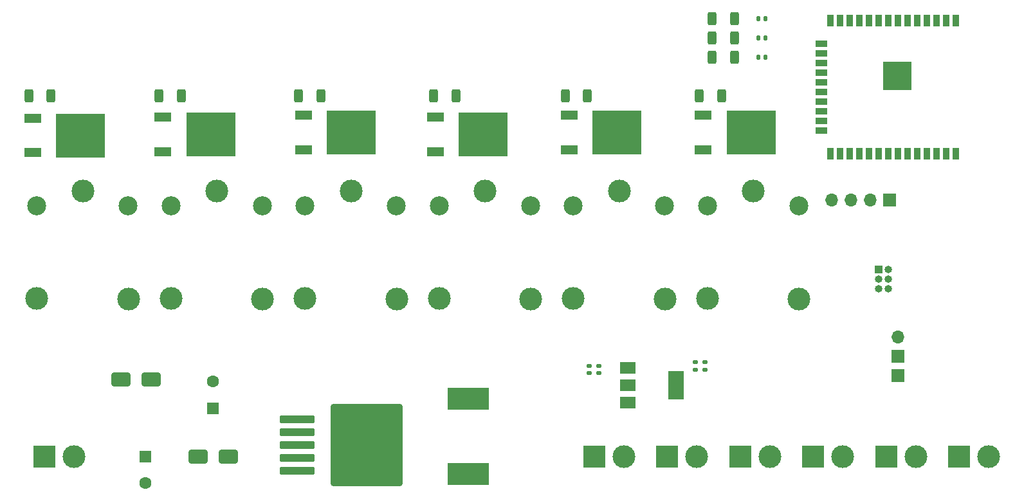
<source format=gbr>
%TF.GenerationSoftware,KiCad,Pcbnew,7.0.8*%
%TF.CreationDate,2023-10-12T20:46:22+03:00*%
%TF.ProjectId,sprinklers,73707269-6e6b-46c6-9572-732e6b696361,1.0.5*%
%TF.SameCoordinates,Original*%
%TF.FileFunction,Soldermask,Top*%
%TF.FilePolarity,Negative*%
%FSLAX46Y46*%
G04 Gerber Fmt 4.6, Leading zero omitted, Abs format (unit mm)*
G04 Created by KiCad (PCBNEW 7.0.8) date 2023-10-12 20:46:22*
%MOMM*%
%LPD*%
G01*
G04 APERTURE LIST*
G04 Aperture macros list*
%AMRoundRect*
0 Rectangle with rounded corners*
0 $1 Rounding radius*
0 $2 $3 $4 $5 $6 $7 $8 $9 X,Y pos of 4 corners*
0 Add a 4 corners polygon primitive as box body*
4,1,4,$2,$3,$4,$5,$6,$7,$8,$9,$2,$3,0*
0 Add four circle primitives for the rounded corners*
1,1,$1+$1,$2,$3*
1,1,$1+$1,$4,$5*
1,1,$1+$1,$6,$7*
1,1,$1+$1,$8,$9*
0 Add four rect primitives between the rounded corners*
20,1,$1+$1,$2,$3,$4,$5,0*
20,1,$1+$1,$4,$5,$6,$7,0*
20,1,$1+$1,$6,$7,$8,$9,0*
20,1,$1+$1,$8,$9,$2,$3,0*%
G04 Aperture macros list end*
%ADD10C,3.000000*%
%ADD11C,2.500000*%
%ADD12R,2.200000X1.200000*%
%ADD13R,6.400000X5.800000*%
%ADD14RoundRect,0.147500X-0.147500X-0.172500X0.147500X-0.172500X0.147500X0.172500X-0.147500X0.172500X0*%
%ADD15R,1.700000X1.700000*%
%ADD16O,1.700000X1.700000*%
%ADD17RoundRect,0.140000X0.170000X-0.140000X0.170000X0.140000X-0.170000X0.140000X-0.170000X-0.140000X0*%
%ADD18R,0.900000X1.500000*%
%ADD19R,1.500000X0.900000*%
%ADD20C,0.600000*%
%ADD21R,3.800000X3.800000*%
%ADD22RoundRect,0.250000X-2.050000X-0.300000X2.050000X-0.300000X2.050000X0.300000X-2.050000X0.300000X0*%
%ADD23RoundRect,0.250002X-4.449998X-5.149998X4.449998X-5.149998X4.449998X5.149998X-4.449998X5.149998X0*%
%ADD24R,1.600000X1.600000*%
%ADD25C,1.600000*%
%ADD26R,3.000000X3.000000*%
%ADD27RoundRect,0.250000X-0.312500X-0.625000X0.312500X-0.625000X0.312500X0.625000X-0.312500X0.625000X0*%
%ADD28R,2.000000X1.500000*%
%ADD29R,2.000000X3.800000*%
%ADD30RoundRect,0.250000X1.000000X0.650000X-1.000000X0.650000X-1.000000X-0.650000X1.000000X-0.650000X0*%
%ADD31R,1.000000X1.000000*%
%ADD32O,1.000000X1.000000*%
%ADD33R,5.400000X2.900000*%
G04 APERTURE END LIST*
D10*
%TO.C,K4*%
X72644000Y57330000D03*
D11*
X66594000Y55380000D03*
D10*
X66594000Y43180000D03*
X78644000Y43130000D03*
D11*
X78594000Y55380000D03*
%TD*%
D12*
%TO.C,Q2*%
X30230000Y67050000D03*
D13*
X36530000Y64770000D03*
D12*
X30230000Y62490000D03*
%TD*%
%TO.C,Q6*%
X101350000Y67310000D03*
D13*
X107650000Y65030000D03*
D12*
X101350000Y62750000D03*
%TD*%
D14*
%TO.C,D3*%
X108590436Y80010000D03*
X109560436Y80010000D03*
%TD*%
D15*
%TO.C,26 27 28 29*%
X125900049Y56169491D03*
D16*
X123360049Y56169491D03*
X120820049Y56169491D03*
X118280049Y56169491D03*
%TD*%
D17*
%TO.C,C4*%
X101600000Y33810000D03*
X101600000Y34770000D03*
%TD*%
%TO.C,C1*%
X86360000Y33330000D03*
X86360000Y34290000D03*
%TD*%
D18*
%TO.C,U2*%
X134620000Y79730000D03*
X133350000Y79730000D03*
X132080000Y79730000D03*
X130810000Y79730000D03*
X129540000Y79730000D03*
X128270000Y79730000D03*
X127000000Y79730000D03*
X125730000Y79730000D03*
X124460000Y79730000D03*
X123190000Y79730000D03*
X121920000Y79730000D03*
X120650000Y79730000D03*
X119380000Y79730000D03*
X118110000Y79730000D03*
D19*
X116860000Y76690000D03*
X116860000Y75420000D03*
X116860000Y74150000D03*
X116860000Y72880000D03*
X116860000Y71610000D03*
X116860000Y70340000D03*
X116860000Y69070000D03*
X116860000Y67800000D03*
X116860000Y66530000D03*
X116860000Y65260000D03*
D18*
X118110000Y62230000D03*
X119380000Y62230000D03*
X120650000Y62230000D03*
X121920000Y62230000D03*
X123190000Y62230000D03*
X124460000Y62230000D03*
X125730000Y62230000D03*
X127000000Y62230000D03*
X128270000Y62230000D03*
X129540000Y62230000D03*
X130810000Y62230000D03*
X132080000Y62230000D03*
X133350000Y62230000D03*
X134620000Y62230000D03*
D20*
X127600000Y73880000D03*
X126200000Y73880000D03*
X128300000Y73180000D03*
X126900000Y73180000D03*
X125500000Y73180000D03*
X127600000Y72505000D03*
X126200000Y72505000D03*
D21*
X126900000Y72480000D03*
D20*
X128300000Y71780000D03*
X126900000Y71780000D03*
X125500000Y71780000D03*
X127600000Y71080000D03*
X126200000Y71080000D03*
%TD*%
D10*
%TO.C,K1*%
X19685000Y57330000D03*
D11*
X13635000Y55380000D03*
D10*
X13635000Y43180000D03*
X25685000Y43130000D03*
D11*
X25635000Y55380000D03*
%TD*%
D22*
%TO.C,U1*%
X47885000Y27295000D03*
X47885000Y25595000D03*
X47885000Y23895000D03*
D23*
X57035000Y23895000D03*
D22*
X47885000Y22195000D03*
X47885000Y20495000D03*
%TD*%
D24*
%TO.C,C6*%
X36830000Y28740000D03*
D25*
X36830000Y32240000D03*
%TD*%
D24*
%TO.C,C5*%
X27940000Y22390000D03*
D25*
X27940000Y18890000D03*
%TD*%
D14*
%TO.C,D2*%
X108590436Y77470000D03*
X109560436Y77470000D03*
%TD*%
D26*
%TO.C,J6*%
X135027500Y22340000D03*
D10*
X138907500Y22340000D03*
%TD*%
D27*
%TO.C,R3*%
X48067500Y69850000D03*
X50992500Y69850000D03*
%TD*%
D28*
%TO.C,U3*%
X91440000Y34050000D03*
X91440000Y31750000D03*
D29*
X97740000Y31750000D03*
D28*
X91440000Y29450000D03*
%TD*%
D12*
%TO.C,Q3*%
X48715000Y67305000D03*
D13*
X55015000Y65025000D03*
D12*
X48715000Y62745000D03*
%TD*%
D17*
%TO.C,C3*%
X100330000Y33810000D03*
X100330000Y34770000D03*
%TD*%
D27*
%TO.C,R8*%
X102522331Y77470000D03*
X105447331Y77470000D03*
%TD*%
D26*
%TO.C,J2*%
X96599500Y22340000D03*
D10*
X100479500Y22340000D03*
%TD*%
%TO.C,K5*%
X90297000Y57330000D03*
D11*
X84247000Y55380000D03*
D10*
X84247000Y43180000D03*
X96297000Y43130000D03*
D11*
X96247000Y55380000D03*
%TD*%
D26*
%TO.C,J3*%
X106206500Y22340000D03*
D10*
X110086500Y22340000D03*
%TD*%
D26*
%TO.C,J1*%
X86992500Y22340000D03*
D10*
X90872500Y22340000D03*
%TD*%
D27*
%TO.C,R1*%
X12552500Y69850000D03*
X15477500Y69850000D03*
%TD*%
D16*
%TO.C,5V 3V3 GND*%
X127000000Y38100000D03*
D15*
X127000000Y35560000D03*
X127000000Y33020000D03*
%TD*%
D14*
%TO.C,D1*%
X108590436Y74930000D03*
X109560436Y74930000D03*
%TD*%
D27*
%TO.C,R2*%
X29697500Y69850000D03*
X32622500Y69850000D03*
%TD*%
%TO.C,R7*%
X102522331Y80010000D03*
X105447331Y80010000D03*
%TD*%
D26*
%TO.C,AC24-IN1*%
X14602500Y22340000D03*
D10*
X18482500Y22340000D03*
%TD*%
D12*
%TO.C,Q4*%
X66090000Y67050000D03*
D13*
X72390000Y64770000D03*
D12*
X66090000Y62490000D03*
%TD*%
D27*
%TO.C,R9*%
X102522331Y74930000D03*
X105447331Y74930000D03*
%TD*%
D30*
%TO.C,D4*%
X28670000Y32550000D03*
X24670000Y32550000D03*
%TD*%
D12*
%TO.C,Q5*%
X83697000Y67305000D03*
D13*
X89997000Y65025000D03*
D12*
X83697000Y62745000D03*
%TD*%
D27*
%TO.C,R6*%
X100817500Y69850000D03*
X103742500Y69850000D03*
%TD*%
D31*
%TO.C,EXT/PROG*%
X124460000Y46990000D03*
D32*
X125730000Y46990000D03*
X124460000Y45720000D03*
X125730000Y45720000D03*
X124460000Y44450000D03*
X125730000Y44450000D03*
%TD*%
D10*
%TO.C,K6*%
X107950000Y57330000D03*
D11*
X101900000Y55380000D03*
D10*
X101900000Y43180000D03*
X113950000Y43130000D03*
D11*
X113900000Y55380000D03*
%TD*%
D10*
%TO.C,K2*%
X37338000Y57330000D03*
D11*
X31288000Y55380000D03*
D10*
X31288000Y43180000D03*
X43338000Y43130000D03*
D11*
X43288000Y55380000D03*
%TD*%
D12*
%TO.C,Q1*%
X13085000Y66931105D03*
D13*
X19385000Y64651105D03*
D12*
X13085000Y62371105D03*
%TD*%
D30*
%TO.C,D5*%
X38830000Y22390000D03*
X34830000Y22390000D03*
%TD*%
D27*
%TO.C,R5*%
X83164500Y69850000D03*
X86089500Y69850000D03*
%TD*%
D26*
%TO.C,J4*%
X115813500Y22340000D03*
D10*
X119693500Y22340000D03*
%TD*%
%TO.C,K3*%
X54991000Y57330000D03*
D11*
X48941000Y55380000D03*
D10*
X48941000Y43180000D03*
X60991000Y43130000D03*
D11*
X60941000Y55380000D03*
%TD*%
D27*
%TO.C,R4*%
X65847500Y69850000D03*
X68772500Y69850000D03*
%TD*%
D17*
%TO.C,C2*%
X87630000Y33330000D03*
X87630000Y34290000D03*
%TD*%
D33*
%TO.C,L1*%
X70445560Y20076438D03*
X70445560Y29976438D03*
%TD*%
D26*
%TO.C,J5*%
X125420500Y22340000D03*
D10*
X129300500Y22340000D03*
%TD*%
M02*

</source>
